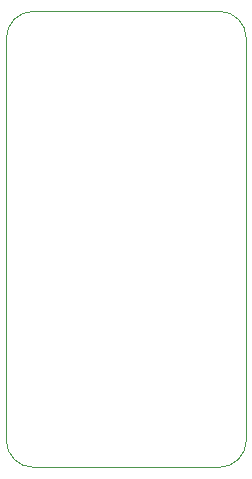
<source format=gm1>
G04 #@! TF.GenerationSoftware,KiCad,Pcbnew,(5.1.0)-1*
G04 #@! TF.CreationDate,2019-04-10T14:00:03-04:00*
G04 #@! TF.ProjectId,thermocouple_daughter,74686572-6d6f-4636-9f75-706c655f6461,rev?*
G04 #@! TF.SameCoordinates,Original*
G04 #@! TF.FileFunction,Profile,NP*
%FSLAX46Y46*%
G04 Gerber Fmt 4.6, Leading zero omitted, Abs format (unit mm)*
G04 Created by KiCad (PCBNEW (5.1.0)-1) date 2019-04-10 14:00:03*
%MOMM*%
%LPD*%
G04 APERTURE LIST*
%ADD10C,0.050000*%
G04 APERTURE END LIST*
D10*
X165608000Y-109855000D02*
X149860000Y-109855000D01*
X149860000Y-109855000D02*
G75*
G02X147574000Y-107569000I0J2286000D01*
G01*
X147574000Y-107569000D02*
X147574000Y-73533000D01*
X167894000Y-107569000D02*
G75*
G02X165608000Y-109855000I-2286000J0D01*
G01*
X167894000Y-73533000D02*
X167894000Y-107569000D01*
X165608000Y-71247000D02*
X149860000Y-71247000D01*
X147574000Y-73533000D02*
G75*
G02X149860000Y-71247000I2286000J0D01*
G01*
X165608000Y-71247000D02*
G75*
G02X167894000Y-73533000I0J-2286000D01*
G01*
M02*

</source>
